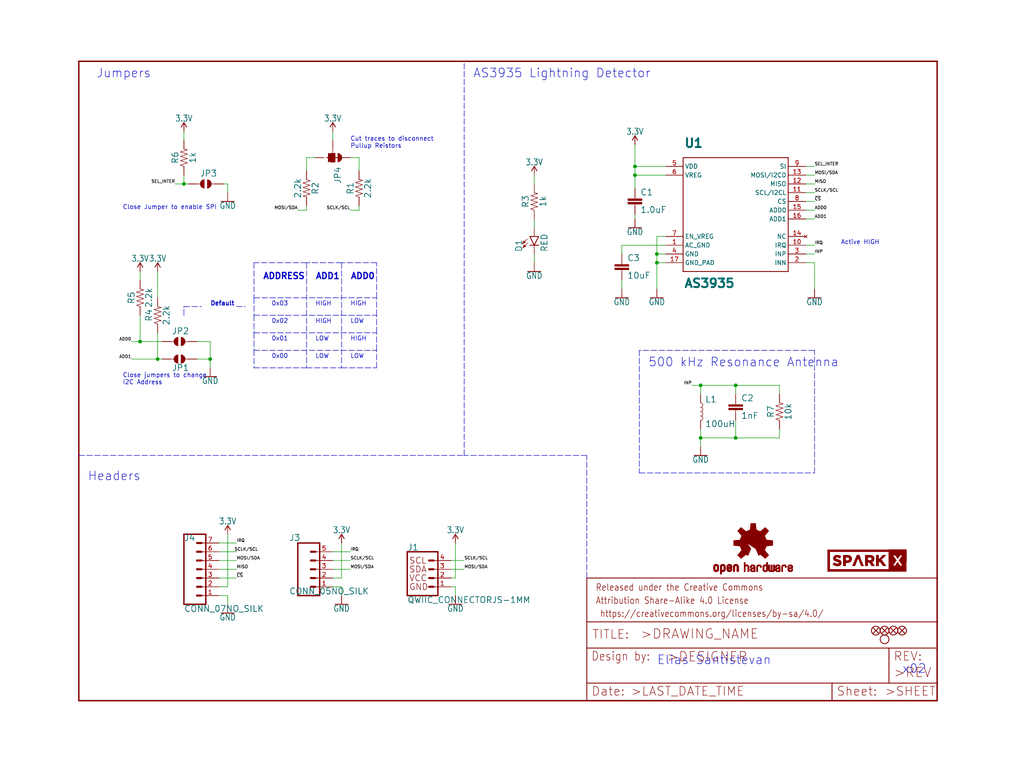
<source format=kicad_sch>
(kicad_sch (version 20211123) (generator eeschema)
  (paper "User" 297.002 223.926)
  (lib_symbols
    (symbol "eagleSchem-eagle-import:1.0NF{slash}1000PF-0603-50V-10%"
      (property "Reference" "C" (at 1.524 2.921 0))
      (property "Value" "1.0NF{slash}1000PF-0603-50V-10%" (at 1.524 -2.159 0))
      (symbol "1.0NF{slash}1000PF-0603-50V-10%_1_0"
        (pin passive line (at 0 5.08 270) (length 2.54) (name "1") (number "1"))
        (pin passive line (at 0 -2.54 90) (length 2.54) (name "2") (number "2"))
      )
    )
    (symbol "eagleSchem-eagle-import:1.0UF-0603-16V-10%"
      (property "Reference" "C" (at 1.524 2.921 0))
      (property "Value" "1.0UF-0603-16V-10%" (at 1.524 -2.159 0))
      (symbol "1.0UF-0603-16V-10%_1_0"
        (pin passive line (at 0 5.08 270) (length 2.54) (name "1") (number "1"))
        (pin passive line (at 0 -2.54 90) (length 2.54) (name "2") (number "2"))
      )
    )
    (symbol "eagleSchem-eagle-import:10KOHM-0603-1{slash}10W-1%"
      (property "Reference" "R" (at 0 1.524 0))
      (property "Value" "10KOHM-0603-1{slash}10W-1%" (at 0 -1.524 0))
      (symbol "10KOHM-0603-1{slash}10W-1%_1_0"
        (pin passive line (at -5.08 0 0) (length 2.54) (name "1") (number "1"))
        (pin passive line (at 5.08 0 180) (length 2.54) (name "2") (number "2"))
      )
    )
    (symbol "eagleSchem-eagle-import:10UF-0603-6.3V-20%"
      (property "Reference" "C" (at 1.524 2.921 0))
      (property "Value" "10UF-0603-6.3V-20%" (at 1.524 -2.159 0))
      (symbol "10UF-0603-6.3V-20%_1_0"
        (pin passive line (at 0 5.08 270) (length 2.54) (name "1") (number "1"))
        (pin passive line (at 0 -2.54 90) (length 2.54) (name "2") (number "2"))
      )
    )
    (symbol "eagleSchem-eagle-import:1KOHM-0603-1{slash}10W-1%"
      (property "Reference" "R" (at 0 1.524 0))
      (property "Value" "1KOHM-0603-1{slash}10W-1%" (at 0 -1.524 0))
      (symbol "1KOHM-0603-1{slash}10W-1%_1_0"
        (pin passive line (at -5.08 0 0) (length 2.54) (name "1") (number "1"))
        (pin passive line (at 5.08 0 180) (length 2.54) (name "2") (number "2"))
      )
    )
    (symbol "eagleSchem-eagle-import:2.2KOHM-0603-1{slash}10W-1%"
      (property "Reference" "R" (at 0 1.524 0))
      (property "Value" "2.2KOHM-0603-1{slash}10W-1%" (at 0 -1.524 0))
      (symbol "2.2KOHM-0603-1{slash}10W-1%_1_0"
        (pin passive line (at -5.08 0 0) (length 2.54) (name "1") (number "1"))
        (pin passive line (at 5.08 0 180) (length 2.54) (name "2") (number "2"))
      )
    )
    (symbol "eagleSchem-eagle-import:3.3V" (power)
      (property "Value" "3.3V" (at 0 2.794 0))
      (symbol "3.3V_1_0"
        (pin power_in line (at 0 0 90) (length 2.54) (name "3.3V") (number "1"))
      )
    )
    (symbol "eagleSchem-eagle-import:AS3935QFN"
      (property "Reference" "U" (at -15.24 20.32 0))
      (property "Value" "AS3935QFN" (at -15.24 -20.32 0))
      (symbol "AS3935QFN_1_0"
        (pin power_in line (at -20.32 -7.62 0) (length 5.08) (name "AC_GND") (number "1"))
        (pin bidirectional line (at 20.32 -7.62 180) (length 5.08) (name "IRQ") (number "10"))
        (pin input line (at 20.32 7.62 180) (length 5.08) (name "SCL/I2CL") (number "11"))
        (pin output line (at 20.32 10.16 180) (length 5.08) (name "MISO") (number "12"))
        (pin input line (at 20.32 12.7 180) (length 5.08) (name "MOSI/I2CD") (number "13"))
        (pin no_connect line (at 20.32 -5.08 180) (length 5.08) (name "NC") (number "14"))
        (pin input line (at 20.32 2.54 180) (length 5.08) (name "ADD0") (number "15"))
        (pin input line (at 20.32 0 180) (length 5.08) (name "ADD1") (number "16"))
        (pin power_in line (at -20.32 -12.7 0) (length 5.08) (name "GND_PAD") (number "17"))
        (pin bidirectional line (at 20.32 -12.7 180) (length 5.08) (name "INN") (number "2"))
        (pin bidirectional line (at 20.32 -10.16 180) (length 5.08) (name "INP") (number "3"))
        (pin power_in line (at -20.32 -10.16 0) (length 5.08) (name "GND") (number "4"))
        (pin power_in line (at -20.32 15.24 0) (length 5.08) (name "VDD") (number "5"))
        (pin power_in line (at -20.32 12.7 0) (length 5.08) (name "VREG") (number "6"))
        (pin bidirectional line (at -20.32 -5.08 0) (length 5.08) (name "EN_VREG") (number "7"))
        (pin input line (at 20.32 5.08 180) (length 5.08) (name "CS") (number "8"))
        (pin input line (at 20.32 15.24 180) (length 5.08) (name "SI") (number "9"))
      )
    )
    (symbol "eagleSchem-eagle-import:CONN_05NO_SILK"
      (property "Reference" "J" (at -2.54 8.128 0))
      (property "Value" "CONN_05NO_SILK" (at -2.54 -9.906 0))
      (symbol "CONN_05NO_SILK_1_0"
        (pin passive line (at 7.62 -5.08 180) (length 5.08) (name "1") (number "1"))
        (pin passive line (at 7.62 -2.54 180) (length 5.08) (name "2") (number "2"))
        (pin passive line (at 7.62 0 180) (length 5.08) (name "3") (number "3"))
        (pin passive line (at 7.62 2.54 180) (length 5.08) (name "4") (number "4"))
        (pin passive line (at 7.62 5.08 180) (length 5.08) (name "5") (number "5"))
      )
    )
    (symbol "eagleSchem-eagle-import:CONN_07NO_SILK"
      (property "Reference" "J" (at -5.08 13.208 0))
      (property "Value" "CONN_07NO_SILK" (at -5.08 -9.906 0))
      (symbol "CONN_07NO_SILK_1_0"
        (pin passive line (at 5.08 -5.08 180) (length 5.08) (name "1") (number "1"))
        (pin passive line (at 5.08 -2.54 180) (length 5.08) (name "2") (number "2"))
        (pin passive line (at 5.08 0 180) (length 5.08) (name "3") (number "3"))
        (pin passive line (at 5.08 2.54 180) (length 5.08) (name "4") (number "4"))
        (pin passive line (at 5.08 5.08 180) (length 5.08) (name "5") (number "5"))
        (pin passive line (at 5.08 7.62 180) (length 5.08) (name "6") (number "6"))
        (pin passive line (at 5.08 10.16 180) (length 5.08) (name "7") (number "7"))
      )
    )
    (symbol "eagleSchem-eagle-import:FIDUCIAL1X2")
    (symbol "eagleSchem-eagle-import:FRAME-LETTER"
      (symbol "FRAME-LETTER_2_0"
        (text " https://creativecommons.org/licenses/by-sa/4.0/" (at 2.54 24.13 0) (effects (font (size 1.9304 1.6408)) (justify left bottom)))
        (text ">DESIGNER" (at 23.114 11.176 0) (effects (font (size 2.7432 2.7432)) (justify left bottom)))
        (text ">DRAWING_NAME" (at 15.494 17.78 0) (effects (font (size 2.7432 2.7432)) (justify left bottom)))
        (text ">LAST_DATE_TIME" (at 12.7 1.27 0) (effects (font (size 2.54 2.54)) (justify left bottom)))
        (text ">REV" (at 88.9 6.604 0) (effects (font (size 2.7432 2.7432)) (justify left bottom)))
        (text ">SHEET" (at 86.36 1.27 0) (effects (font (size 2.54 2.54)) (justify left bottom)))
        (text "Attribution Share-Alike 4.0 License" (at 2.54 27.94 0) (effects (font (size 1.9304 1.6408)) (justify left bottom)))
        (text "Date:" (at 1.27 1.27 0) (effects (font (size 2.54 2.54)) (justify left bottom)))
        (text "Design by:" (at 1.27 11.43 0) (effects (font (size 2.54 2.159)) (justify left bottom)))
        (text "Released under the Creative Commons" (at 2.54 31.75 0) (effects (font (size 1.9304 1.6408)) (justify left bottom)))
        (text "REV:" (at 88.9 11.43 0) (effects (font (size 2.54 2.54)) (justify left bottom)))
        (text "Sheet:" (at 72.39 1.27 0) (effects (font (size 2.54 2.54)) (justify left bottom)))
        (text "TITLE:" (at 1.524 17.78 0) (effects (font (size 2.54 2.54)) (justify left bottom)))
      )
    )
    (symbol "eagleSchem-eagle-import:GND" (power)
      (property "Value" "GND" (at 0 -0.254 0))
      (symbol "GND_1_0"
        (pin power_in line (at 0 2.54 270) (length 2.54) (name "GND") (number "1"))
      )
    )
    (symbol "eagleSchem-eagle-import:JUMPER-SMT_2_NO_SILK"
      (property "Reference" "JP" (at -2.54 2.54 0))
      (property "Value" "JUMPER-SMT_2_NO_SILK" (at -2.54 -2.54 0))
      (symbol "JUMPER-SMT_2_NO_SILK_1_0"
        (pin passive line (at -5.08 0 0) (length 2.54) (name "1") (number "1"))
        (pin passive line (at 5.08 0 180) (length 2.54) (name "2") (number "2"))
      )
    )
    (symbol "eagleSchem-eagle-import:JUMPER-SMT_3_2-NC_TRACE_SILK"
      (property "Reference" "JP" (at 2.54 0.381 0))
      (property "Value" "JUMPER-SMT_3_2-NC_TRACE_SILK" (at 2.54 -0.381 0))
      (symbol "JUMPER-SMT_3_2-NC_TRACE_SILK_1_0"
        (pin passive line (at 0 5.08 270) (length 2.54) (name "1") (number "1"))
        (pin passive line (at -5.08 0 0) (length 2.54) (name "2") (number "2"))
        (pin passive line (at 0 -5.08 90) (length 2.54) (name "3") (number "3"))
      )
    )
    (symbol "eagleSchem-eagle-import:LED-RED0603"
      (property "Reference" "D" (at -3.429 -4.572 90))
      (property "Value" "LED-RED0603" (at 1.905 -4.572 90))
      (symbol "LED-RED0603_1_0"
        (pin passive line (at 0 2.54 270) (length 2.54) (name "A") (number "A"))
        (pin passive line (at 0 -5.08 90) (length 2.54) (name "C") (number "C"))
      )
    )
    (symbol "eagleSchem-eagle-import:MA5532-AE"
      (property "Reference" "L" (at 1.27 2.54 0))
      (property "Value" "MA5532-AE" (at 1.27 -2.54 0))
      (symbol "MA5532-AE_1_0"
        (pin passive line (at 0 5.08 270) (length 2.54) (name "1") (number "1"))
        (pin passive line (at 0 -5.08 90) (length 2.54) (name "2") (number "2"))
      )
    )
    (symbol "eagleSchem-eagle-import:OSHW-LOGOS")
    (symbol "eagleSchem-eagle-import:QWIIC_CONNECTORJS-1MM"
      (property "Reference" "J" (at -5.08 7.874 0))
      (property "Value" "QWIIC_CONNECTORJS-1MM" (at -5.08 -5.334 0))
      (symbol "QWIIC_CONNECTORJS-1MM_1_0"
        (text "GND" (at -4.572 -2.54 0) (effects (font (size 1.778 1.778)) (justify left)))
        (text "SCL" (at -4.572 5.08 0) (effects (font (size 1.778 1.778)) (justify left)))
        (text "SDA" (at -4.572 2.54 0) (effects (font (size 1.778 1.778)) (justify left)))
        (text "VCC" (at -4.572 0 0) (effects (font (size 1.778 1.778)) (justify left)))
        (pin power_in line (at 7.62 -2.54 180) (length 5.08) (name "1") (number "1"))
        (pin power_in line (at 7.62 0 180) (length 5.08) (name "2") (number "2"))
        (pin passive line (at 7.62 2.54 180) (length 5.08) (name "3") (number "3"))
        (pin passive line (at 7.62 5.08 180) (length 5.08) (name "4") (number "4"))
      )
    )
    (symbol "eagleSchem-eagle-import:SPARKX-LOGO2")
    (symbol "eagleSchem-eagle-import:STAND-OFFTIGHT")
  )
  (junction (at 190.5 76.2))
  (junction (at 203.2 111.76))
  (junction (at 184.15 48.26))
  (junction (at 213.36 111.76))
  (junction (at 203.2 127))
  (junction (at 45.72 104.14))
  (junction (at 40.64 99.06))
  (junction (at 53.34 53.34))
  (junction (at 190.5 73.66))
  (junction (at 60.96 104.14))
  (junction (at 184.15 50.8))
  (junction (at 213.36 127))
  (wire (pts (xy 91.44 45.72) (xy 88.9 45.72)))
  (polyline (pts (xy 73.66 101.6) (xy 73.66 106.68)))
  (wire (pts (xy 233.68 63.5) (xy 236.22 63.5)))
  (wire (pts (xy 233.68 58.42) (xy 236.22 58.42)))
  (wire (pts (xy 88.9 45.72) (xy 88.9 49.53)))
  (wire (pts (xy 68.58 167.64) (xy 63.5 167.64)))
  (wire (pts (xy 40.64 91.44) (xy 40.64 99.06)))
  (wire (pts (xy 101.6 165.1) (xy 96.52 165.1)))
  (polyline (pts (xy 88.9 76.2) (xy 88.9 106.68)))
  (wire (pts (xy 233.68 60.96) (xy 236.22 60.96)))
  (polyline (pts (xy 73.66 76.2) (xy 73.66 86.36)))
  (wire (pts (xy 46.99 99.06) (xy 40.64 99.06)))
  (wire (pts (xy 99.06 170.18) (xy 96.52 170.18)))
  (polyline (pts (xy 73.66 86.36) (xy 109.22 86.36)))
  (wire (pts (xy 96.52 167.64) (xy 99.06 167.64)))
  (wire (pts (xy 236.22 83.82) (xy 236.22 76.2)))
  (wire (pts (xy 86.36 60.96) (xy 88.9 60.96)))
  (wire (pts (xy 104.14 45.72) (xy 104.14 49.53)))
  (wire (pts (xy 57.15 104.14) (xy 60.96 104.14)))
  (wire (pts (xy 184.15 48.26) (xy 184.15 50.8)))
  (wire (pts (xy 53.34 53.34) (xy 50.8 53.34)))
  (wire (pts (xy 99.06 167.64) (xy 99.06 157.48)))
  (wire (pts (xy 190.5 73.66) (xy 190.5 76.2)))
  (polyline (pts (xy 109.22 76.2) (xy 99.06 76.2)))
  (wire (pts (xy 96.52 162.56) (xy 101.6 162.56)))
  (wire (pts (xy 64.77 53.34) (xy 66.04 53.34)))
  (polyline (pts (xy 73.66 96.52) (xy 73.66 101.6)))
  (wire (pts (xy 193.04 71.12) (xy 180.34 71.12)))
  (wire (pts (xy 203.2 124.46) (xy 203.2 127)))
  (polyline (pts (xy 109.22 96.52) (xy 109.22 91.44)))
  (wire (pts (xy 180.34 83.82) (xy 180.34 81.28)))
  (wire (pts (xy 190.5 68.58) (xy 190.5 73.66)))
  (wire (pts (xy 203.2 114.3) (xy 203.2 111.76)))
  (wire (pts (xy 134.62 162.56) (xy 130.81 162.56)))
  (polyline (pts (xy 170.18 167.64) (xy 170.18 132.08)))
  (wire (pts (xy 132.08 170.18) (xy 130.81 170.18)))
  (wire (pts (xy 180.34 71.12) (xy 180.34 73.66)))
  (wire (pts (xy 40.64 81.28) (xy 40.64 78.74)))
  (wire (pts (xy 96.52 40.64) (xy 96.52 38.1)))
  (polyline (pts (xy 99.06 106.68) (xy 109.22 106.68)))
  (polyline (pts (xy 73.66 91.44) (xy 109.22 91.44)))
  (polyline (pts (xy 109.22 91.44) (xy 109.22 86.36)))
  (wire (pts (xy 66.04 170.18) (xy 66.04 154.94)))
  (wire (pts (xy 104.14 60.96) (xy 101.6 60.96)))
  (polyline (pts (xy 185.42 101.6) (xy 185.42 137.16)))
  (wire (pts (xy 63.5 157.48) (xy 68.58 157.48)))
  (polyline (pts (xy 99.06 76.2) (xy 88.9 76.2)))
  (wire (pts (xy 154.94 53.34) (xy 154.94 50.8)))
  (polyline (pts (xy 53.34 88.9) (xy 58.42 88.9)))
  (wire (pts (xy 57.15 99.06) (xy 60.96 99.06)))
  (polyline (pts (xy 73.66 106.68) (xy 88.9 106.68)))
  (wire (pts (xy 132.08 167.64) (xy 130.81 167.64)))
  (polyline (pts (xy 22.86 132.08) (xy 134.62 132.08)))
  (polyline (pts (xy 236.22 101.6) (xy 185.42 101.6)))
  (wire (pts (xy 226.06 111.76) (xy 226.06 114.3)))
  (wire (pts (xy 213.36 111.76) (xy 226.06 111.76)))
  (wire (pts (xy 60.96 99.06) (xy 60.96 104.14)))
  (wire (pts (xy 193.04 48.26) (xy 184.15 48.26)))
  (wire (pts (xy 203.2 129.54) (xy 203.2 127)))
  (wire (pts (xy 200.66 111.76) (xy 203.2 111.76)))
  (polyline (pts (xy 73.66 91.44) (xy 73.66 96.52)))
  (polyline (pts (xy 99.06 76.2) (xy 99.06 106.68)))
  (wire (pts (xy 226.06 124.46) (xy 226.06 127)))
  (wire (pts (xy 203.2 111.76) (xy 213.36 111.76)))
  (wire (pts (xy 99.06 172.72) (xy 99.06 170.18)))
  (wire (pts (xy 45.72 104.14) (xy 46.99 104.14)))
  (wire (pts (xy 45.72 86.36) (xy 45.72 78.74)))
  (wire (pts (xy 154.94 66.04) (xy 154.94 63.5)))
  (wire (pts (xy 184.15 62.23) (xy 184.15 63.5)))
  (wire (pts (xy 154.94 73.66) (xy 154.94 76.2)))
  (wire (pts (xy 134.62 165.1) (xy 130.81 165.1)))
  (wire (pts (xy 96.52 160.02) (xy 101.6 160.02)))
  (wire (pts (xy 132.08 170.18) (xy 132.08 172.72)))
  (wire (pts (xy 213.36 114.3) (xy 213.36 111.76)))
  (wire (pts (xy 68.58 162.56) (xy 63.5 162.56)))
  (wire (pts (xy 233.68 55.88) (xy 236.22 55.88)))
  (polyline (pts (xy 53.34 91.44) (xy 53.34 88.9)))
  (wire (pts (xy 193.04 50.8) (xy 184.15 50.8)))
  (wire (pts (xy 38.1 104.14) (xy 45.72 104.14)))
  (wire (pts (xy 236.22 50.8) (xy 233.68 50.8)))
  (wire (pts (xy 53.34 40.64) (xy 53.34 38.1)))
  (wire (pts (xy 193.04 68.58) (xy 190.5 68.58)))
  (polyline (pts (xy 185.42 137.16) (xy 236.22 137.16)))
  (wire (pts (xy 40.64 99.06) (xy 38.1 99.06)))
  (wire (pts (xy 88.9 59.69) (xy 88.9 60.96)))
  (polyline (pts (xy 73.66 101.6) (xy 109.22 101.6)))
  (wire (pts (xy 233.68 73.66) (xy 236.22 73.66)))
  (wire (pts (xy 104.14 59.69) (xy 104.14 60.96)))
  (polyline (pts (xy 88.9 106.68) (xy 99.06 106.68)))
  (wire (pts (xy 68.58 160.02) (xy 63.5 160.02)))
  (polyline (pts (xy 73.66 96.52) (xy 109.22 96.52)))
  (wire (pts (xy 68.58 165.1) (xy 63.5 165.1)))
  (polyline (pts (xy 109.22 86.36) (xy 109.22 76.2)))
  (wire (pts (xy 213.36 121.92) (xy 213.36 127)))
  (wire (pts (xy 45.72 96.52) (xy 45.72 104.14)))
  (polyline (pts (xy 170.18 132.08) (xy 134.62 132.08)))
  (wire (pts (xy 233.68 48.26) (xy 236.22 48.26)))
  (polyline (pts (xy 109.22 106.68) (xy 109.22 101.6)))
  (wire (pts (xy 60.96 104.14) (xy 60.96 106.68)))
  (wire (pts (xy 184.15 41.91) (xy 184.15 48.26)))
  (wire (pts (xy 184.15 50.8) (xy 184.15 54.61)))
  (wire (pts (xy 66.04 172.72) (xy 63.5 172.72)))
  (wire (pts (xy 66.04 53.34) (xy 66.04 55.88)))
  (polyline (pts (xy 73.66 86.36) (xy 73.66 91.44)))
  (wire (pts (xy 53.34 50.8) (xy 53.34 53.34)))
  (polyline (pts (xy 109.22 101.6) (xy 109.22 96.52)))
  (polyline (pts (xy 68.58 88.9) (xy 71.12 88.9)))
  (wire (pts (xy 213.36 127) (xy 203.2 127)))
  (wire (pts (xy 233.68 76.2) (xy 236.22 76.2)))
  (wire (pts (xy 132.08 167.64) (xy 132.08 157.48)))
  (wire (pts (xy 233.68 71.12) (xy 236.22 71.12)))
  (polyline (pts (xy 88.9 76.2) (xy 73.66 76.2)))
  (wire (pts (xy 193.04 76.2) (xy 190.5 76.2)))
  (wire (pts (xy 226.06 127) (xy 213.36 127)))
  (wire (pts (xy 66.04 175.26) (xy 66.04 172.72)))
  (wire (pts (xy 66.04 170.18) (xy 63.5 170.18)))
  (wire (pts (xy 54.61 53.34) (xy 53.34 53.34)))
  (polyline (pts (xy 236.22 137.16) (xy 236.22 101.6)))
  (wire (pts (xy 193.04 73.66) (xy 190.5 73.66)))
  (wire (pts (xy 233.68 53.34) (xy 236.22 53.34)))
  (wire (pts (xy 101.6 45.72) (xy 104.14 45.72)))
  (wire (pts (xy 190.5 76.2) (xy 190.5 83.82)))
  (polyline (pts (xy 134.62 132.08) (xy 134.62 17.78)))
  (text "500 kHz Resonance Antenna" (at 187.96 106.68 180) (effects (font (size 2.54 2.54)) (justify left bottom)))
  (text "LOW" (at 91.44 104.14 180) (effects (font (size 1.27 1.27)) (justify left bottom)))
  (text "Default" (at 60.96 88.9 180) (effects (font (size 1.27 1.27) (thickness 0.254) bold) (justify left bottom)))
  (text "Close Jumper to enable SPI" (at 35.56 60.96 180) (effects (font (size 1.27 1.27)) (justify left bottom)))
  (text "Headers" (at 25.4 139.7 180) (effects (font (size 2.54 2.54)) (justify left bottom)))
  (text "0x03" (at 78.74 88.9 180) (effects (font (size 1.27 1.27)) (justify left bottom)))
  (text "0x00" (at 78.74 104.14 180) (effects (font (size 1.27 1.27)) (justify left bottom)))
  (text "LOW" (at 101.6 93.98 180) (effects (font (size 1.27 1.27)) (justify left bottom)))
  (text "Elias Santistevan" (at 190.5 193.04 180) (effects (font (size 2.54 2.54)) (justify left bottom)))
  (text "ADD1" (at 91.44 81.28 180) (effects (font (size 1.778 1.778) (thickness 0.3556) bold) (justify left bottom)))
  (text "0x01" (at 78.74 99.06 180) (effects (font (size 1.27 1.27)) (justify left bottom)))
  (text "ADDRESS" (at 76.2 81.28 180) (effects (font (size 1.778 1.778) (thickness 0.3556) bold) (justify left bottom)))
  (text "LOW" (at 101.6 104.14 180) (effects (font (size 1.27 1.27)) (justify left bottom)))
  (text "x02" (at 261.62 195.58 180) (effects (font (size 2.54 2.54)) (justify left bottom)))
  (text "Active HIGH" (at 243.84 71.12 180) (effects (font (size 1.27 1.27)) (justify left bottom)))
  (text "Jumpers" (at 27.94 22.86 180) (effects (font (size 2.54 2.54)) (justify left bottom)))
  (text "HIGH" (at 101.6 88.9 180) (effects (font (size 1.27 1.27)) (justify left bottom)))
  (text "AS3935 Lightning Detector" (at 137.16 22.86 180) (effects (font (size 2.54 2.54)) (justify left bottom)))
  (text "HIGH" (at 101.6 99.06 180) (effects (font (size 1.27 1.27)) (justify left bottom)))
  (text "ADD0" (at 101.6 81.28 180) (effects (font (size 1.778 1.778) (thickness 0.3556) bold) (justify left bottom)))
  (text "0x02" (at 78.74 93.98 180) (effects (font (size 1.27 1.27)) (justify left bottom)))
  (text "LOW" (at 91.44 99.06 180) (effects (font (size 1.27 1.27)) (justify left bottom)))
  (text "Close jumpers to change\nI2C Address" (at 35.56 111.76 180) (effects (font (size 1.27 1.27)) (justify left bottom)))
  (text "HIGH" (at 91.44 88.9 180) (effects (font (size 1.27 1.27)) (justify left bottom)))
  (text "HIGH" (at 91.44 93.98 180) (effects (font (size 1.27 1.27)) (justify left bottom)))
  (text "Cut traces to disconnect\nPullup Reistors" (at 101.6 43.18 180) (effects (font (size 1.27 1.27)) (justify left bottom)))
  (label "SCLK/SCL" (at 67.945 160.02 0) (effects (font (size 0.889 0.889))))
  (label "MOSI/SDA" (at 134.62 165.1 0) (effects (font (size 0.889 0.889))))
  (label "INP" (at 200.66 111.76 180) (effects (font (size 0.889 0.889))))
  (label "IRQ" (at 68.58 157.48 0) (effects (font (size 0.889 0.889))))
  (label "SCLK/SCL" (at 101.6 60.96 180) (effects (font (size 0.889 0.889))))
  (label "ADD1" (at 236.22 63.5 0) (effects (font (size 0.889 0.889))))
  (label "IRQ" (at 236.22 71.12 0) (effects (font (size 0.889 0.889))))
  (label "SEL_INTER" (at 236.22 48.26 0) (effects (font (size 0.889 0.889))))
  (label "~{CS}" (at 236.22 58.42 0) (effects (font (size 0.889 0.889))))
  (label "MOSI/SDA" (at 68.58 162.56 0) (effects (font (size 0.889 0.889))))
  (label "SCLK/SCL" (at 101.6 162.56 0) (effects (font (size 0.889 0.889))))
  (label "MISO" (at 68.58 165.1 0) (effects (font (size 0.889 0.889))))
  (label "~{CS}" (at 68.58 167.64 0) (effects (font (size 0.889 0.889))))
  (label "SCLK/SCL" (at 236.22 55.88 0) (effects (font (size 0.889 0.889))))
  (label "ADD1" (at 38.1 104.14 180) (effects (font (size 0.889 0.889))))
  (label "SEL_INTER" (at 50.8 53.34 180) (effects (font (size 0.889 0.889))))
  (label "MOSI/SDA" (at 101.6 165.1 0) (effects (font (size 0.889 0.889))))
  (label "ADD0" (at 38.1 99.06 180) (effects (font (size 0.889 0.889))))
  (label "MOSI/SDA" (at 86.36 60.96 180) (effects (font (size 0.889 0.889))))
  (label "IRQ" (at 101.6 160.02 0) (effects (font (size 0.889 0.889))))
  (label "MOSI/SDA" (at 236.22 50.8 0) (effects (font (size 0.889 0.889))))
  (label "INP" (at 236.22 73.66 0) (effects (font (size 0.889 0.889))))
  (label "ADD0" (at 236.22 60.96 0) (effects (font (size 0.889 0.889))))
  (label "MISO" (at 236.22 53.34 0) (effects (font (size 0.889 0.889))))
  (label "SCLK/SCL" (at 134.62 162.56 0) (effects (font (size 0.889 0.889))))
  (symbol (lib_id "eagleSchem-eagle-import:FIDUCIAL1X2") (at 256.54 182.88 0) (unit 1)
    (property "Reference" "FD2" (effects hide))
    (property "Value" "FIDUCIAL1X2" (effects hide))
    (property "Footprint" "eagleSchem:FIDUCIAL-1X2" (effects hide))
  )
  (symbol (lib_id "eagleSchem-eagle-import:GND") (at 203.2 132.08 0) (unit 1)
    (property "Reference" "#GND12" (effects hide))
    (property "Value" "GND" (at 203.2 132.334 0) (effects (font (size 1.778 1.5113)) (justify top)))
    (property "Footprint" "eagleSchem:" (effects hide))
  )
  (symbol (lib_id "eagleSchem-eagle-import:2.2KOHM-0603-1{slash}10W-1%") (at 88.9 54.61 270) (unit 1)
    (property "Reference" "R2" (at 90.424 54.61 0) (effects (font (size 1.778 1.778)) (justify bottom)))
    (property "Value" "2.2k" (at 87.376 54.61 0) (effects (font (size 1.778 1.778)) (justify top)))
    (property "Footprint" "eagleSchem:0603" (effects hide))
  )
  (symbol (lib_id "eagleSchem-eagle-import:1KOHM-0603-1{slash}10W-1%") (at 53.34 45.72 90) (unit 1)
    (property "Reference" "R6" (at 51.816 45.72 0) (effects (font (size 1.778 1.778)) (justify bottom)))
    (property "Value" "1k" (at 54.864 45.72 0) (effects (font (size 1.778 1.778)) (justify top)))
    (property "Footprint" "eagleSchem:0603" (effects hide))
  )
  (symbol (lib_id "eagleSchem-eagle-import:FIDUCIAL1X2") (at 254 182.88 0) (unit 1)
    (property "Reference" "FD1" (effects hide))
    (property "Value" "FIDUCIAL1X2" (effects hide))
    (property "Footprint" "eagleSchem:FIDUCIAL-1X2" (effects hide))
  )
  (symbol (lib_id "eagleSchem-eagle-import:3.3V") (at 53.34 38.1 0) (unit 1)
    (property "Reference" "#SUPPLY7" (effects hide))
    (property "Value" "3.3V" (at 53.34 35.306 0) (effects (font (size 1.778 1.5113)) (justify bottom)))
    (property "Footprint" "eagleSchem:" (effects hide))
  )
  (symbol (lib_id "eagleSchem-eagle-import:3.3V") (at 154.94 50.8 0) (unit 1)
    (property "Reference" "#SUPPLY6" (effects hide))
    (property "Value" "3.3V" (at 154.94 48.006 0) (effects (font (size 1.778 1.5113)) (justify bottom)))
    (property "Footprint" "eagleSchem:" (effects hide))
  )
  (symbol (lib_id "eagleSchem-eagle-import:JUMPER-SMT_2_NO_SILK") (at 59.69 53.34 0) (unit 1)
    (property "Reference" "JP3" (at 57.912 51.308 0) (effects (font (size 1.778 1.778)) (justify left bottom)))
    (property "Value" "JUMPER-SMT_2_NO_SILK" (effects hide))
    (property "Footprint" "eagleSchem:SMT-JUMPER_2_NO_SILK" (effects hide))
  )
  (symbol (lib_id "eagleSchem-eagle-import:FRAME-LETTER") (at 22.86 203.2 0) (unit 1)
    (property "Reference" "FRAME1" (effects hide))
    (property "Value" "FRAME-LETTER" (effects hide))
    (property "Footprint" "eagleSchem:CREATIVE_COMMONS" (effects hide))
  )
  (symbol (lib_id "eagleSchem-eagle-import:GND") (at 66.04 177.8 0) (unit 1)
    (property "Reference" "#GND9" (effects hide))
    (property "Value" "GND" (at 66.04 178.054 0) (effects (font (size 1.778 1.5113)) (justify top)))
    (property "Footprint" "eagleSchem:" (effects hide))
  )
  (symbol (lib_id "eagleSchem-eagle-import:JUMPER-SMT_2_NO_SILK") (at 52.07 104.14 0) (unit 1)
    (property "Reference" "JP1" (at 49.784 107.696 0) (effects (font (size 1.778 1.778)) (justify left bottom)))
    (property "Value" "JUMPER-SMT_2_NO_SILK" (effects hide))
    (property "Footprint" "eagleSchem:SMT-JUMPER_2_NO_SILK" (effects hide))
  )
  (symbol (lib_id "eagleSchem-eagle-import:2.2KOHM-0603-1{slash}10W-1%") (at 104.14 54.61 90) (unit 1)
    (property "Reference" "R1" (at 102.616 54.61 0) (effects (font (size 1.778 1.778)) (justify bottom)))
    (property "Value" "2.2k" (at 105.664 54.61 0) (effects (font (size 1.778 1.778)) (justify top)))
    (property "Footprint" "eagleSchem:0603" (effects hide))
  )
  (symbol (lib_id "eagleSchem-eagle-import:10KOHM-0603-1{slash}10W-1%") (at 226.06 119.38 90) (unit 1)
    (property "Reference" "R7" (at 224.536 119.38 0) (effects (font (size 1.778 1.778)) (justify bottom)))
    (property "Value" "10k" (at 227.584 119.38 0) (effects (font (size 1.778 1.778)) (justify top)))
    (property "Footprint" "eagleSchem:0603" (effects hide))
  )
  (symbol (lib_id "eagleSchem-eagle-import:3.3V") (at 184.15 41.91 0) (unit 1)
    (property "Reference" "#SUPPLY1" (effects hide))
    (property "Value" "3.3V" (at 184.15 39.116 0) (effects (font (size 1.778 1.5113)) (justify bottom)))
    (property "Footprint" "eagleSchem:" (effects hide))
  )
  (symbol (lib_id "eagleSchem-eagle-import:GND") (at 60.96 109.22 0) (unit 1)
    (property "Reference" "#GND3" (effects hide))
    (property "Value" "GND" (at 60.96 109.474 0) (effects (font (size 1.778 1.5113)) (justify top)))
    (property "Footprint" "eagleSchem:" (effects hide))
  )
  (symbol (lib_id "eagleSchem-eagle-import:STAND-OFFTIGHT") (at 256.54 185.42 0) (unit 1)
    (property "Reference" "H1" (effects hide))
    (property "Value" "STAND-OFFTIGHT" (effects hide))
    (property "Footprint" "eagleSchem:STAND-OFF-TIGHT" (effects hide))
  )
  (symbol (lib_id "eagleSchem-eagle-import:JUMPER-SMT_3_2-NC_TRACE_SILK") (at 96.52 45.72 270) (unit 1)
    (property "Reference" "JP4" (at 96.901 48.26 0) (effects (font (size 1.778 1.778)) (justify left bottom)))
    (property "Value" "JUMPER-SMT_3_2-NC_TRACE_SILK" (effects hide))
    (property "Footprint" "eagleSchem:SMT-JUMPER_3_2-NC_TRACE_SILK" (effects hide))
  )
  (symbol (lib_id "eagleSchem-eagle-import:GND") (at 132.08 175.26 0) (unit 1)
    (property "Reference" "#GND7" (effects hide))
    (property "Value" "GND" (at 132.08 175.514 0) (effects (font (size 1.778 1.5113)) (justify top)))
    (property "Footprint" "eagleSchem:" (effects hide))
  )
  (symbol (lib_id "eagleSchem-eagle-import:GND") (at 190.5 86.36 0) (unit 1)
    (property "Reference" "#GND1" (effects hide))
    (property "Value" "GND" (at 190.5 86.614 0) (effects (font (size 1.778 1.5113)) (justify top)))
    (property "Footprint" "eagleSchem:" (effects hide))
  )
  (symbol (lib_id "eagleSchem-eagle-import:3.3V") (at 99.06 157.48 0) (unit 1)
    (property "Reference" "#SUPPLY10" (effects hide))
    (property "Value" "3.3V" (at 99.06 154.686 0) (effects (font (size 1.778 1.5113)) (justify bottom)))
    (property "Footprint" "eagleSchem:" (effects hide))
  )
  (symbol (lib_id "eagleSchem-eagle-import:SPARKX-LOGO2") (at 251.46 162.56 0) (unit 1)
    (property "Reference" "U$1" (effects hide))
    (property "Value" "SPARKX-LOGO2" (effects hide))
    (property "Footprint" "eagleSchem:SPARKX-TINY" (effects hide))
  )
  (symbol (lib_id "eagleSchem-eagle-import:GND") (at 180.34 86.36 0) (unit 1)
    (property "Reference" "#GND10" (effects hide))
    (property "Value" "GND" (at 180.34 86.614 0) (effects (font (size 1.778 1.5113)) (justify top)))
    (property "Footprint" "eagleSchem:" (effects hide))
  )
  (symbol (lib_id "eagleSchem-eagle-import:QWIIC_CONNECTORJS-1MM") (at 123.19 167.64 0) (unit 1)
    (property "Reference" "J1" (at 118.11 159.766 0) (effects (font (size 1.778 1.778)) (justify left bottom)))
    (property "Value" "QWIIC_CONNECTORJS-1MM" (at 118.11 172.974 0) (effects (font (size 1.778 1.778)) (justify left top)))
    (property "Footprint" "eagleSchem:1X04_1MM_RA" (effects hide))
  )
  (symbol (lib_id "eagleSchem-eagle-import:LED-RED0603") (at 154.94 68.58 0) (unit 1)
    (property "Reference" "D1" (at 151.511 73.152 90) (effects (font (size 1.778 1.778)) (justify left bottom)))
    (property "Value" "RED" (at 156.845 73.152 90) (effects (font (size 1.778 1.778)) (justify left top)))
    (property "Footprint" "eagleSchem:LED-0603" (effects hide))
  )
  (symbol (lib_id "eagleSchem-eagle-import:FRAME-LETTER") (at 170.18 203.2 0) (unit 2)
    (property "Reference" "FRAME1" (effects hide))
    (property "Value" "FRAME-LETTER" (effects hide))
    (property "Footprint" "eagleSchem:CREATIVE_COMMONS" (effects hide))
  )
  (symbol (lib_id "eagleSchem-eagle-import:1.0UF-0603-16V-10%") (at 184.15 59.69 0) (unit 1)
    (property "Reference" "C1" (at 185.674 56.769 0) (effects (font (size 1.778 1.778)) (justify left bottom)))
    (property "Value" "1.0uF" (at 185.674 61.849 0) (effects (font (size 1.778 1.778)) (justify left bottom)))
    (property "Footprint" "eagleSchem:0603" (effects hide))
  )
  (symbol (lib_id "eagleSchem-eagle-import:GND") (at 66.04 58.42 0) (unit 1)
    (property "Reference" "#GND5" (effects hide))
    (property "Value" "GND" (at 66.04 58.674 0) (effects (font (size 1.778 1.5113)) (justify top)))
    (property "Footprint" "eagleSchem:" (effects hide))
  )
  (symbol (lib_id "eagleSchem-eagle-import:1.0NF{slash}1000PF-0603-50V-10%") (at 213.36 119.38 0) (unit 1)
    (property "Reference" "C2" (at 214.884 116.459 0) (effects (font (size 1.778 1.778)) (justify left bottom)))
    (property "Value" "1nF" (at 214.884 121.539 0) (effects (font (size 1.778 1.778)) (justify left bottom)))
    (property "Footprint" "eagleSchem:0603" (effects hide))
  )
  (symbol (lib_id "eagleSchem-eagle-import:AS3935QFN") (at 213.36 63.5 0) (unit 1)
    (property "Reference" "U1" (at 198.12 43.18 0) (effects (font (size 2.54 2.54) bold) (justify left bottom)))
    (property "Value" "AS3935" (at 198.12 83.82 0) (effects (font (size 2.54 2.54) bold) (justify left bottom)))
    (property "Footprint" "eagleSchem:16LD_MLPQ" (effects hide))
  )
  (symbol (lib_id "eagleSchem-eagle-import:FIDUCIAL1X2") (at 259.08 182.88 0) (unit 1)
    (property "Reference" "FD3" (effects hide))
    (property "Value" "FIDUCIAL1X2" (effects hide))
    (property "Footprint" "eagleSchem:FIDUCIAL-1X2" (effects hide))
  )
  (symbol (lib_id "eagleSchem-eagle-import:3.3V") (at 66.04 154.94 0) (unit 1)
    (property "Reference" "#SUPPLY12" (effects hide))
    (property "Value" "3.3V" (at 66.04 152.146 0) (effects (font (size 1.778 1.5113)) (justify bottom)))
    (property "Footprint" "eagleSchem:" (effects hide))
  )
  (symbol (lib_id "eagleSchem-eagle-import:3.3V") (at 45.72 78.74 0) (unit 1)
    (property "Reference" "#SUPPLY5" (effects hide))
    (property "Value" "3.3V" (at 45.72 75.946 0) (effects (font (size 1.778 1.5113)) (justify bottom)))
    (property "Footprint" "eagleSchem:" (effects hide))
  )
  (symbol (lib_id "eagleSchem-eagle-import:GND") (at 184.15 66.04 0) (unit 1)
    (property "Reference" "#GND2" (effects hide))
    (property "Value" "GND" (at 184.15 66.294 0) (effects (font (size 1.778 1.5113)) (justify top)))
    (property "Footprint" "eagleSchem:" (effects hide))
  )
  (symbol (lib_id "eagleSchem-eagle-import:GND") (at 154.94 78.74 0) (unit 1)
    (property "Reference" "#GND4" (effects hide))
    (property "Value" "GND" (at 154.94 78.994 0) (effects (font (size 1.778 1.5113)) (justify top)))
    (property "Footprint" "eagleSchem:" (effects hide))
  )
  (symbol (lib_id "eagleSchem-eagle-import:CONN_07NO_SILK") (at 58.42 167.64 0) (unit 1)
    (property "Reference" "J4" (at 53.34 156.972 0) (effects (font (size 1.778 1.778)) (justify left bottom)))
    (property "Value" "CONN_07NO_SILK" (at 53.34 177.546 0) (effects (font (size 1.778 1.778)) (justify left bottom)))
    (property "Footprint" "eagleSchem:1X07_NO_SILK" (effects hide))
  )
  (symbol (lib_id "eagleSchem-eagle-import:2.2KOHM-0603-1{slash}10W-1%") (at 40.64 86.36 90) (unit 1)
    (property "Reference" "R5" (at 39.116 86.36 0) (effects (font (size 1.778 1.778)) (justify bottom)))
    (property "Value" "2.2k" (at 42.164 86.36 0) (effects (font (size 1.778 1.778)) (justify top)))
    (property "Footprint" "eagleSchem:0603" (effects hide))
  )
  (symbol (lib_id "eagleSchem-eagle-import:MA5532-AE") (at 203.2 119.38 0) (unit 1)
    (property "Reference" "L1" (at 204.47 116.84 0) (effects (font (size 1.778 1.778)) (justify left bottom)))
    (property "Value" "100uH" (at 204.47 121.92 0) (effects (font (size 1.778 1.778)) (justify left top)))
    (property "Footprint" "eagleSchem:MA5532-AE" (effects hide))
  )
  (symbol (lib_id "eagleSchem-eagle-import:1KOHM-0603-1{slash}10W-1%") (at 154.94 58.42 90) (unit 1)
    (property "Reference" "R3" (at 153.416 58.42 0) (effects (font (size 1.778 1.778)) (justify bottom)))
    (property "Value" "1k" (at 156.464 58.42 0) (effects (font (size 1.778 1.778)) (justify top)))
    (property "Footprint" "eagleSchem:0603" (effects hide))
  )
  (symbol (lib_id "eagleSchem-eagle-import:OSHW-LOGOS") (at 218.44 157.48 0) (unit 1)
    (property "Reference" "LOGO1" (effects hide))
    (property "Value" "OSHW-LOGOS" (effects hide))
    (property "Footprint" "eagleSchem:OSHW-LOGO-S" (effects hide))
  )
  (symbol (lib_id "eagleSchem-eagle-import:CONN_05NO_SILK") (at 88.9 165.1 0) (unit 1)
    (property "Reference" "J3" (at 83.82 156.972 0) (effects (font (size 1.778 1.778)) (justify left bottom)))
    (property "Value" "CONN_05NO_SILK" (at 83.82 172.466 0) (effects (font (size 1.778 1.778)) (justify left bottom)))
    (property "Footprint" "eagleSchem:1X05_NO_SILK" (effects hide))
  )
  (symbol (lib_id "eagleSchem-eagle-import:GND") (at 99.06 175.26 0) (unit 1)
    (property "Reference" "#GND8" (effects hide))
    (property "Value" "GND" (at 99.06 175.514 0) (effects (font (size 1.778 1.5113)) (justify top)))
    (property "Footprint" "eagleSchem:" (effects hide))
  )
  (symbol (lib_id "eagleSchem-eagle-import:3.3V") (at 40.64 78.74 0) (unit 1)
    (property "Reference" "#SUPPLY4" (effects hide))
    (property "Value" "3.3V" (at 40.64 75.946 0) (effects (font (size 1.778 1.5113)) (justify bottom)))
    (property "Footprint" "eagleSchem:" (effects hide))
  )
  (symbol (lib_id "eagleSchem-eagle-import:3.3V") (at 132.08 157.48 0) (unit 1)
    (property "Reference" "#SUPPLY8" (effects hide))
    (property "Value" "3.3V" (at 132.08 154.686 0) (effects (font (size 1.778 1.5113)) (justify bottom)))
    (property "Footprint" "eagleSchem:" (effects hide))
  )
  (symbol (lib_id "eagleSchem-eagle-import:GND") (at 236.22 86.36 0) (unit 1)
    (property "Reference" "#GND11" (effects hide))
    (property "Value" "GND" (at 236.22 86.614 0) (effects (font (size 1.778 1.5113)) (justify top)))
    (property "Footprint" "eagleSchem:" (effects hide))
  )
  (symbol (lib_id "eagleSchem-eagle-import:FIDUCIAL1X2") (at 261.62 182.88 0) (unit 1)
    (property "Reference" "FD4" (effects hide))
    (property "Value" "FIDUCIAL1X2" (effects hide))
    (property "Footprint" "eagleSchem:FIDUCIAL-1X2" (effects hide))
  )
  (symbol (lib_id "eagleSchem-eagle-import:JUMPER-SMT_2_NO_SILK") (at 52.07 99.06 0) (unit 1)
    (property "Reference" "JP2" (at 49.784 97.028 0) (effects (font (size 1.778 1.778)) (justify left bottom)))
    (property "Value" "JUMPER-SMT_2_NO_SILK" (effects hide))
    (property "Footprint" "eagleSchem:SMT-JUMPER_2_NO_SILK" (effects hide))
  )
  (symbol (lib_id "eagleSchem-eagle-import:2.2KOHM-0603-1{slash}10W-1%") (at 45.72 91.44 90) (unit 1)
    (property "Reference" "R4" (at 44.196 91.44 0) (effects (font (size 1.778 1.778)) (justify bottom)))
    (property "Value" "2.2k" (at 47.244 91.44 0) (effects (font (size 1.778 1.778)) (justify top)))
    (property "Footprint" "eagleSchem:0603" (effects hide))
  )
  (symbol (lib_id "eagleSchem-eagle-import:10UF-0603-6.3V-20%") (at 180.34 78.74 0) (unit 1)
    (property "Reference" "C3" (at 181.864 75.819 0) (effects (font (size 1.778 1.778)) (justify left bottom)))
    (property "Value" "10uF" (at 181.864 80.899 0) (effects (font (size 1.778 1.778)) (justify left bottom)))
    (property "Footprint" "eagleSchem:0603" (effects hide))
  )
  (symbol (lib_id "eagleSchem-eagle-import:3.3V") (at 96.52 38.1 0) (unit 1)
    (property "Reference" "#SUPPLY3" (effects hide))
    (property "Value" "3.3V" (at 96.52 35.306 0) (effects (font (size 1.778 1.5113)) (justify bottom)))
    (property "Footprint" "eagleSchem:" (effects hide))
  )
)
</source>
